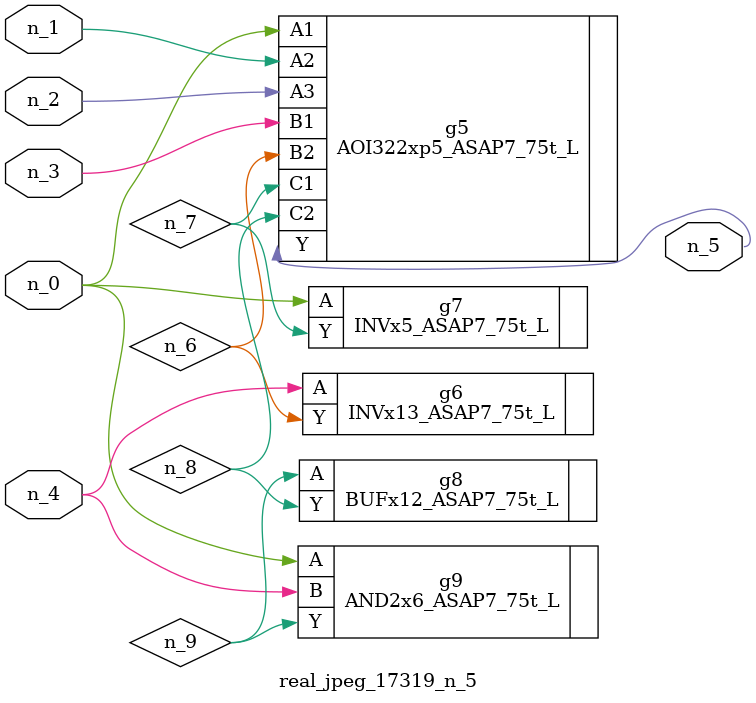
<source format=v>
module real_jpeg_17319_n_5 (n_4, n_0, n_1, n_2, n_3, n_5);

input n_4;
input n_0;
input n_1;
input n_2;
input n_3;

output n_5;

wire n_8;
wire n_6;
wire n_7;
wire n_9;

AOI322xp5_ASAP7_75t_L g5 ( 
.A1(n_0),
.A2(n_1),
.A3(n_2),
.B1(n_3),
.B2(n_6),
.C1(n_7),
.C2(n_8),
.Y(n_5)
);

INVx5_ASAP7_75t_L g7 ( 
.A(n_0),
.Y(n_7)
);

AND2x6_ASAP7_75t_L g9 ( 
.A(n_0),
.B(n_4),
.Y(n_9)
);

INVx13_ASAP7_75t_L g6 ( 
.A(n_4),
.Y(n_6)
);

BUFx12_ASAP7_75t_L g8 ( 
.A(n_9),
.Y(n_8)
);


endmodule
</source>
